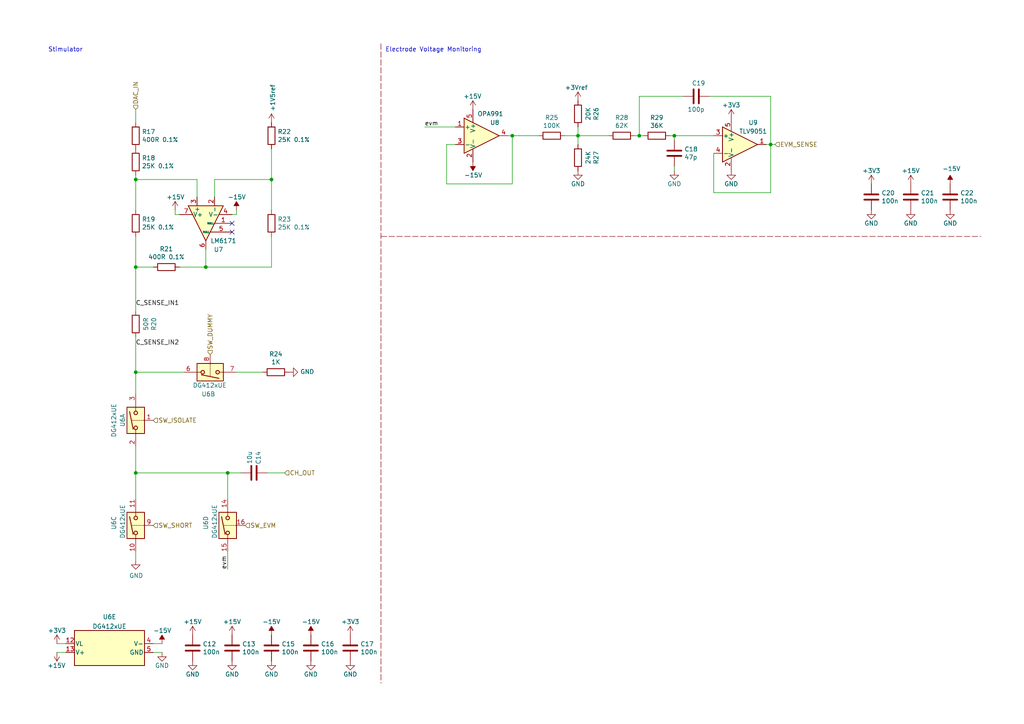
<source format=kicad_sch>
(kicad_sch (version 20211123) (generator eeschema)
  (paper "A4")
  (lib_symbols
    (symbol "Amplifier_Operational:LM321" (pin_names (offset 0.127))
      (property "Reference" "U" (at 0 7.62 0))
      (property "Value" "LM321" (at 0 5.08 0))
      (symbol "LM321_0_1"
        (polyline (pts (xy -5.08 5.08) (xy 5.08 0) (xy -5.08 -5.08) (xy -5.08 5.08)) (stroke (width 0.254)) (fill (type background)))
      )
      (symbol "LM321_1_1"
        (pin input line (at -7.62 2.54 0) (length 2.54) (name "+") (number "1"))
        (pin power_in line (at -2.54 -7.62 90) (length 3.81) (name "V-") (number "2"))
        (pin input line (at -7.62 -2.54 0) (length 2.54) (name "-") (number "3"))
        (pin output line (at 7.62 0 180) (length 2.54) (name "~") (number "4"))
        (pin power_in line (at -2.54 7.62 270) (length 3.81) (name "V+") (number "5"))
      )
    )
    (symbol "Amplifier_Operational:LMH6702MF" (pin_names (offset 0.127))
      (property "Reference" "U" (at -1.27 6.35 0))
      (property "Value" "LMH6702MF" (at -1.27 3.81 0))
      (symbol "LMH6702MF_0_1"
        (polyline (pts (xy -5.08 5.08) (xy 5.08 0) (xy -5.08 -5.08) (xy -5.08 5.08)) (stroke (width 0.254)) (fill (type background)))
        (pin power_in line (at -2.54 -7.62 90) (length 3.81) (name "V-") (number "2"))
        (pin power_in line (at -2.54 7.62 270) (length 3.81) (name "V+") (number "5"))
      )
      (symbol "LMH6702MF_1_1"
        (pin output line (at 7.62 0 180) (length 2.54) (name "~") (number "1"))
        (pin input line (at -7.62 2.54 0) (length 2.54) (name "+") (number "3"))
        (pin input line (at -7.62 -2.54 0) (length 2.54) (name "-") (number "4"))
      )
    )
    (symbol "Amplifier_Operational:TL071" (pin_names (offset 0.127))
      (property "Reference" "U" (at 0 6.35 0))
      (property "Value" "TL071" (at 0 3.81 0))
      (symbol "TL071_0_1"
        (polyline (pts (xy -5.08 5.08) (xy 5.08 0) (xy -5.08 -5.08) (xy -5.08 5.08)) (stroke (width 0.254)) (fill (type background)))
      )
      (symbol "TL071_1_1"
        (pin input line (at 0 -7.62 90) (length 5.08) (name "NULL") (number "1"))
        (pin input line (at -7.62 -2.54 0) (length 2.54) (name "-") (number "2"))
        (pin input line (at -7.62 2.54 0) (length 2.54) (name "+") (number "3"))
        (pin power_in line (at -2.54 -7.62 90) (length 3.81) (name "V-") (number "4"))
        (pin input line (at 2.54 -7.62 90) (length 6.35) (name "NULL") (number "5"))
        (pin output line (at 7.62 0 180) (length 2.54) (name "~") (number "6"))
        (pin power_in line (at -2.54 7.62 270) (length 3.81) (name "V+") (number "7"))
        (pin no_connect line (at 0 2.54 270) (length 2.54) hide (name "NC") (number "8"))
      )
    )
    (symbol "Analog_Switch:DG412xUE" (pin_names (offset 0.254))
      (property "Reference" "U" (at -3.175 5.334 0))
      (property "Value" "DG412xUE" (at -3.175 3.556 0))
      (symbol "DG412xUE_1_1"
        (rectangle (start -3.81 2.54) (end 3.81 -2.54) (stroke (width 0.254)) (fill (type background)))
        (circle (center -2.159 0) (radius 0.508) (stroke (width 0.254)))
        (polyline (pts (xy -5.08 0) (xy -2.794 0)))
        (polyline (pts (xy -2.54 0.762) (xy 2.54 1.778)) (stroke (width 0.254)))
        (polyline (pts (xy 0 -2.54) (xy 0 -2.032)))
        (polyline (pts (xy 0 -1.778) (xy 0 -1.524)))
        (polyline (pts (xy 0 -1.27) (xy 0 -1.016)))
        (polyline (pts (xy 0 -0.762) (xy 0 -0.508)))
        (polyline (pts (xy 0 -0.254) (xy 0 0)))
        (polyline (pts (xy 0 0.254) (xy 0 0.508)))
        (polyline (pts (xy 0 0.762) (xy 0 1.016)))
        (polyline (pts (xy 5.08 0) (xy 2.794 0)))
        (circle (center 2.159 0) (radius 0.508) (stroke (width 0.254)))
        (pin input line (at 0 -5.08 90) (length 2.54) (name "~") (number "1"))
        (pin passive line (at -7.62 0 0) (length 2.54) (name "~") (number "2"))
        (pin passive line (at 7.62 0 180) (length 2.54) (name "~") (number "3"))
      )
      (symbol "DG412xUE_2_1"
        (rectangle (start -3.81 2.54) (end 3.81 -2.54) (stroke (width 0.254)) (fill (type background)))
        (circle (center -2.159 0) (radius 0.508) (stroke (width 0.254)))
        (polyline (pts (xy -5.08 0) (xy -2.794 0)))
        (polyline (pts (xy -2.54 0.762) (xy 2.54 1.778)) (stroke (width 0.254)))
        (polyline (pts (xy 0 -2.54) (xy 0 -2.032)))
        (polyline (pts (xy 0 -1.778) (xy 0 -1.524)))
        (polyline (pts (xy 0 -1.27) (xy 0 -1.016)))
        (polyline (pts (xy 0 -0.762) (xy 0 -0.508)))
        (polyline (pts (xy 0 -0.254) (xy 0 0)))
        (polyline (pts (xy 0 0.254) (xy 0 0.508)))
        (polyline (pts (xy 0 0.762) (xy 0 1.016)))
        (polyline (pts (xy 5.08 0) (xy 2.794 0)))
        (circle (center 2.159 0) (radius 0.508) (stroke (width 0.254)))
        (pin passive line (at -7.62 0 0) (length 2.54) (name "~") (number "6"))
        (pin passive line (at 7.62 0 180) (length 2.54) (name "~") (number "7"))
        (pin input line (at 0 -5.08 90) (length 2.54) (name "~") (number "8"))
      )
      (symbol "DG412xUE_3_1"
        (rectangle (start -3.81 2.54) (end 3.81 -2.54) (stroke (width 0.254)) (fill (type background)))
        (circle (center -2.159 0) (radius 0.508) (stroke (width 0.254)))
        (polyline (pts (xy -5.08 0) (xy -2.794 0)))
        (polyline (pts (xy -2.54 0.762) (xy 2.54 1.778)) (stroke (width 0.254)))
        (polyline (pts (xy 0 -2.54) (xy 0 -2.032)))
        (polyline (pts (xy 0 -1.778) (xy 0 -1.524)))
        (polyline (pts (xy 0 -1.27) (xy 0 -1.016)))
        (polyline (pts (xy 0 -0.762) (xy 0 -0.508)))
        (polyline (pts (xy 0 -0.254) (xy 0 0)))
        (polyline (pts (xy 0 0.254) (xy 0 0.508)))
        (polyline (pts (xy 0 0.762) (xy 0 1.016)))
        (polyline (pts (xy 5.08 0) (xy 2.794 0)))
        (circle (center 2.159 0) (radius 0.508) (stroke (width 0.254)))
        (pin passive line (at -7.62 0 0) (length 2.54) (name "~") (number "10"))
        (pin passive line (at 7.62 0 180) (length 2.54) (name "~") (number "11"))
        (pin input line (at 0 -5.08 90) (length 2.54) (name "~") (number "9"))
      )
      (symbol "DG412xUE_4_1"
        (rectangle (start -3.81 2.54) (end 3.81 -2.54) (stroke (width 0.254)) (fill (type background)))
        (circle (center -2.159 0) (radius 0.508) (stroke (width 0.254)))
        (polyline (pts (xy -5.08 0) (xy -2.794 0)))
        (polyline (pts (xy -2.54 0.762) (xy 2.54 1.778)) (stroke (width 0.254)))
        (polyline (pts (xy 0 -2.54) (xy 0 -2.032)))
        (polyline (pts (xy 0 -1.778) (xy 0 -1.524)))
        (polyline (pts (xy 0 -1.27) (xy 0 -1.016)))
        (polyline (pts (xy 0 -0.762) (xy 0 -0.508)))
        (polyline (pts (xy 0 -0.254) (xy 0 0)))
        (polyline (pts (xy 0 0.254) (xy 0 0.508)))
        (polyline (pts (xy 0 0.762) (xy 0 1.016)))
        (polyline (pts (xy 5.08 0) (xy 2.794 0)))
        (circle (center 2.159 0) (radius 0.508) (stroke (width 0.254)))
        (pin passive line (at 7.62 0 180) (length 2.54) (name "~") (number "14"))
        (pin passive line (at -7.62 0 0) (length 2.54) (name "~") (number "15"))
        (pin input line (at 0 -5.08 90) (length 2.54) (name "~") (number "16"))
      )
      (symbol "DG412xUE_5_0"
        (pin power_in line (at 2.54 12.7 270) (length 2.54) (name "VL") (number "12"))
        (pin power_in line (at 0 12.7 270) (length 2.54) (name "V+") (number "13"))
        (pin power_in line (at 2.54 -12.7 90) (length 2.54) (name "V-") (number "4"))
        (pin power_in line (at 0 -12.7 90) (length 2.54) (name "GND") (number "5"))
      )
      (symbol "DG412xUE_5_1"
        (rectangle (start -3.81 10.16) (end 6.35 -10.16) (stroke (width 0.254)) (fill (type background)))
      )
    )
    (symbol "Custom_Symbols:+1V5ref" (power) (pin_names (offset 0))
      (property "Value" "+1V5ref" (at 3.2512 -0.381 90))
      (symbol "+1V5ref_0_1"
        (polyline (pts (xy -0.762 1.27) (xy 0 2.54)))
        (polyline (pts (xy 0 0) (xy 0 2.54)))
        (polyline (pts (xy 0 2.54) (xy 0.762 1.27)))
      )
      (symbol "+1V5ref_1_1"
        (pin power_in line (at 0 0 90) (length 0) hide (name "+1V5ref") (number "1"))
      )
    )
    (symbol "Custom_Symbols:+3Vref" (power) (pin_names (offset 0))
      (property "Value" "+3Vref" (at 3.2512 -0.381 90))
      (symbol "+3Vref_0_1"
        (polyline (pts (xy -0.762 1.27) (xy 0 2.54)))
        (polyline (pts (xy 0 0) (xy 0 2.54)))
        (polyline (pts (xy 0 2.54) (xy 0.762 1.27)))
      )
      (symbol "+3Vref_1_1"
        (pin power_in line (at 0 0 90) (length 0) hide (name "+3Vref") (number "1"))
      )
    )
    (symbol "Device:C" (pin_numbers hide) (pin_names (offset 0.254))
      (property "Reference" "C" (at 0.635 2.54 0))
      (property "Value" "C" (at 0.635 -2.54 0))
      (symbol "C_0_1"
        (polyline (pts (xy -2.032 -0.762) (xy 2.032 -0.762)) (stroke (width 0.508)))
        (polyline (pts (xy -2.032 0.762) (xy 2.032 0.762)) (stroke (width 0.508)))
      )
      (symbol "C_1_1"
        (pin passive line (at 0 3.81 270) (length 2.794) (name "~") (number "1"))
        (pin passive line (at 0 -3.81 90) (length 2.794) (name "~") (number "2"))
      )
    )
    (symbol "Device:R" (pin_numbers hide) (pin_names (offset 0))
      (property "Reference" "R" (at 2.032 0 90))
      (property "Value" "R" (at 0 0 90))
      (symbol "R_0_1"
        (rectangle (start -1.016 -2.54) (end 1.016 2.54) (stroke (width 0.254)))
      )
      (symbol "R_1_1"
        (pin passive line (at 0 3.81 270) (length 1.27) (name "~") (number "1"))
        (pin passive line (at 0 -3.81 90) (length 1.27) (name "~") (number "2"))
      )
    )
    (symbol "power:+15V" (power) (pin_names (offset 0))
      (property "Value" "+15V" (at 0 3.556 0))
      (symbol "+15V_0_1"
        (polyline (pts (xy -0.762 1.27) (xy 0 2.54)))
        (polyline (pts (xy 0 0) (xy 0 2.54)))
        (polyline (pts (xy 0 2.54) (xy 0.762 1.27)))
      )
      (symbol "+15V_1_1"
        (pin power_in line (at 0 0 90) (length 0) hide (name "+15V") (number "1"))
      )
    )
    (symbol "power:+3V3" (power) (pin_names (offset 0))
      (property "Value" "+3V3" (at 0 3.556 0))
      (symbol "+3V3_0_1"
        (polyline (pts (xy -0.762 1.27) (xy 0 2.54)))
        (polyline (pts (xy 0 0) (xy 0 2.54)))
        (polyline (pts (xy 0 2.54) (xy 0.762 1.27)))
      )
      (symbol "+3V3_1_1"
        (pin power_in line (at 0 0 90) (length 0) hide (name "+3V3") (number "1"))
      )
    )
    (symbol "power:-15V" (power) (pin_names (offset 0))
      (property "Value" "-15V" (at 0 3.81 0))
      (symbol "-15V_0_0"
        (pin power_in line (at 0 0 90) (length 0) hide (name "-15V") (number "1"))
      )
      (symbol "-15V_0_1"
        (polyline (pts (xy 0 0) (xy 0 1.27) (xy 0.762 1.27) (xy 0 2.54) (xy -0.762 1.27) (xy 0 1.27)) (fill (type outline)))
      )
    )
    (symbol "power:GND" (power) (pin_names (offset 0))
      (property "Value" "GND" (at 0 -3.81 0))
      (symbol "GND_0_1"
        (polyline (pts (xy 0 0) (xy 0 -1.27) (xy 1.27 -1.27) (xy 0 -2.54) (xy -1.27 -1.27) (xy 0 -1.27)))
      )
      (symbol "GND_1_1"
        (pin power_in line (at 0 0 270) (length 0) hide (name "GND") (number "1"))
      )
    )
  )
  (junction (at 223.52 41.91))
  (junction (at 185.42 39.37))
  (junction (at 39.37 77.47))
  (junction (at 39.37 52.07))
  (junction (at 167.64 39.37))
  (junction (at 148.59 39.37))
  (junction (at 195.58 39.37))
  (junction (at 78.74 52.07))
  (junction (at 39.37 107.95))
  (junction (at 39.37 137.16))
  (junction (at 66.04 137.16))
  (junction (at 59.69 77.47))
  (no_connect (at 67.31 67.31))
  (no_connect (at 67.31 64.77))
  (wire (pts (xy 68.58 60.96) (xy 68.58 62.23)))
  (wire (pts (xy 39.37 52.07) (xy 39.37 60.96)))
  (wire (pts (xy 50.8 60.96) (xy 50.8 62.23)))
  (wire (pts (xy 223.52 27.94) (xy 205.74 27.94)))
  (wire (pts (xy 207.01 55.88) (xy 223.52 55.88)))
  (wire (pts (xy 78.74 77.47) (xy 78.74 68.58)))
  (wire (pts (xy 148.59 39.37) (xy 147.32 39.37)))
  (wire (pts (xy 62.23 52.07) (xy 62.23 57.15)))
  (wire (pts (xy 198.12 27.94) (xy 185.42 27.94)))
  (wire (pts (xy 19.05 186.69) (xy 16.51 186.69)))
  (wire (pts (xy 77.47 137.16) (xy 82.55 137.16)))
  (wire (pts (xy 39.37 77.47) (xy 39.37 90.17)))
  (wire (pts (xy 39.37 137.16) (xy 66.04 137.16)))
  (wire (pts (xy 16.51 189.23) (xy 19.05 189.23)))
  (wire (pts (xy 52.07 77.47) (xy 59.69 77.47)))
  (wire (pts (xy 78.74 43.18) (xy 78.74 52.07)))
  (wire (pts (xy 148.59 53.34) (xy 148.59 39.37)))
  (wire (pts (xy 68.58 62.23) (xy 67.31 62.23)))
  (wire (pts (xy 185.42 27.94) (xy 185.42 39.37)))
  (wire (pts (xy 78.74 52.07) (xy 62.23 52.07)))
  (wire (pts (xy 39.37 129.54) (xy 39.37 137.16)))
  (wire (pts (xy 223.52 41.91) (xy 224.79 41.91)))
  (wire (pts (xy 223.52 41.91) (xy 222.25 41.91)))
  (wire (pts (xy 59.69 77.47) (xy 78.74 77.47)))
  (wire (pts (xy 44.45 186.69) (xy 46.99 186.69)))
  (wire (pts (xy 39.37 137.16) (xy 39.37 144.78)))
  (wire (pts (xy 207.01 44.45) (xy 207.01 55.88)))
  (wire (pts (xy 50.8 62.23) (xy 52.07 62.23)))
  (wire (pts (xy 129.54 53.34) (xy 148.59 53.34)))
  (wire (pts (xy 39.37 68.58) (xy 39.37 77.47)))
  (wire (pts (xy 66.04 137.16) (xy 66.04 144.78)))
  (wire (pts (xy 184.15 39.37) (xy 185.42 39.37)))
  (wire (pts (xy 195.58 39.37) (xy 195.58 40.64)))
  (wire (pts (xy 66.04 137.16) (xy 69.85 137.16)))
  (wire (pts (xy 167.64 41.91) (xy 167.64 39.37)))
  (wire (pts (xy 163.83 39.37) (xy 167.64 39.37)))
  (wire (pts (xy 176.53 39.37) (xy 167.64 39.37)))
  (wire (pts (xy 223.52 55.88) (xy 223.52 41.91)))
  (polyline (pts (xy 110.49 12.7) (xy 110.49 198.12)) (stroke (width 0) (color 132 0 0 1)))
  (wire (pts (xy 223.52 41.91) (xy 223.52 27.94)))
  (wire (pts (xy 68.58 107.95) (xy 76.2 107.95)))
  (wire (pts (xy 39.37 31.75) (xy 39.37 35.56)))
  (wire (pts (xy 129.54 41.91) (xy 132.08 41.91)))
  (wire (pts (xy 39.37 97.79) (xy 39.37 107.95)))
  (wire (pts (xy 78.74 60.96) (xy 78.74 52.07)))
  (wire (pts (xy 207.01 39.37) (xy 195.58 39.37)))
  (wire (pts (xy 39.37 77.47) (xy 44.45 77.47)))
  (wire (pts (xy 148.59 39.37) (xy 156.21 39.37)))
  (wire (pts (xy 39.37 160.02) (xy 39.37 162.56)))
  (wire (pts (xy 66.04 165.1) (xy 66.04 160.02)))
  (wire (pts (xy 59.69 77.47) (xy 59.69 72.39)))
  (wire (pts (xy 39.37 107.95) (xy 39.37 114.3)))
  (wire (pts (xy 195.58 48.26) (xy 195.58 49.53)))
  (wire (pts (xy 194.31 39.37) (xy 195.58 39.37)))
  (wire (pts (xy 39.37 107.95) (xy 53.34 107.95)))
  (wire (pts (xy 123.19 36.83) (xy 132.08 36.83)))
  (wire (pts (xy 57.15 52.07) (xy 39.37 52.07)))
  (wire (pts (xy 167.64 39.37) (xy 167.64 36.83)))
  (wire (pts (xy 44.45 189.23) (xy 46.99 189.23)))
  (wire (pts (xy 39.37 50.8) (xy 39.37 52.07)))
  (wire (pts (xy 57.15 57.15) (xy 57.15 52.07)))
  (wire (pts (xy 185.42 39.37) (xy 186.69 39.37)))
  (wire (pts (xy 129.54 41.91) (xy 129.54 53.34)))
  (polyline (pts (xy 110.49 68.58) (xy 284.48 68.58)) (stroke (width 0) (color 132 0 0 1)))
  (text "Electrode Voltage Monitoring" (at 111.76 15.24 0) (effects (font (size 1.27 1.27)) (justify left bottom)))
  (text "Stimulator" (at 13.97 15.24 0) (effects (font (size 1.27 1.27)) (justify left bottom)))
  (label "C_SENSE_IN2" (at 39.37 100.33 0))
  (label "C_SENSE_IN1" (at 39.37 88.9 0))
  (label "evm" (at 66.04 165.1 90))
  (label "evm" (at 123.19 36.83 0))
  (hierarchical_label "SW_EVM" (shape input) (at 71.12 152.4 0))
  (hierarchical_label "CH_OUT" (shape input) (at 82.55 137.16 0))
  (hierarchical_label "DAC_IN" (shape input) (at 39.37 31.75 90))
  (hierarchical_label "SW_DUMMY" (shape input) (at 60.96 102.87 90))
  (hierarchical_label "SW_ISOLATE" (shape input) (at 44.45 121.92 0))
  (hierarchical_label "SW_SHORT" (shape input) (at 44.45 152.4 0))
  (hierarchical_label "EVM_SENSE" (shape input) (at 224.79 41.91 0))
  (symbol (lib_id "Device:C") (at 73.66 137.16 270) (unit 1)
    (property "Reference" "C14" (at 74.93 130.81 0) (effects (justify left)))
    (property "Value" "10u" (at 72.39 130.81 0) (effects (justify left)))
    (property "Footprint" "Capacitor_SMD:C_0805_2012Metric" (effects hide))
    (property "LCSC" "C440198" (effects hide))
  )
  (symbol (lib_id "power:GND") (at 39.37 162.56 0) (unit 1)
    (property "Reference" "#PWR042" (effects hide))
    (property "Value" "GND" (at 39.497 166.9542 0))
  )
  (symbol (lib_id "Device:R") (at 39.37 93.98 180) (unit 1)
    (property "Reference" "R20" (at 44.6278 93.98 90))
    (property "Value" "50R" (at 42.3164 93.98 90))
    (property "Footprint" "Resistor_SMD:R_0402_1005Metric" (effects hide))
    (property "LCSC" "C25120" (effects hide))
  )
  (symbol (lib_id "Device:R") (at 80.01 107.95 90) (unit 1)
    (property "Reference" "R24" (at 80.01 102.6922 90))
    (property "Value" "1K" (at 80.01 105.0036 90))
    (property "Footprint" "Resistor_SMD:R_0402_1005Metric" (effects hide))
    (property "LCSC" "C11702" (effects hide))
  )
  (symbol (lib_id "power:GND") (at 83.82 107.95 90) (unit 1)
    (property "Reference" "#PWR054" (effects hide))
    (property "Value" "GND" (at 87.0712 107.823 90) (effects (justify right)))
  )
  (symbol (lib_id "power:GND") (at 46.99 189.23 0) (unit 1)
    (property "Reference" "#PWR044" (effects hide))
    (property "Value" "GND" (at 46.99 193.04 0))
  )
  (symbol (lib_id "power:-15V") (at 46.99 186.69 0) (unit 1)
    (property "Reference" "#PWR043" (effects hide))
    (property "Value" "-15V" (at 44.45 182.88 0) (effects (justify left)))
  )
  (symbol (lib_id "power:+15V") (at 16.51 189.23 180) (unit 1)
    (property "Reference" "#PWR041" (effects hide))
    (property "Value" "+15V" (at 19.05 193.04 0) (effects (justify left)))
  )
  (symbol (lib_id "power:GND") (at 264.16 60.96 0) (unit 1)
    (property "Reference" "#PWR069" (effects hide))
    (property "Value" "GND" (at 264.16 64.77 0))
  )
  (symbol (lib_id "power:+15V") (at 264.16 53.34 0) (unit 1)
    (property "Reference" "#PWR068" (effects hide))
    (property "Value" "+15V" (at 264.16 49.53 0))
  )
  (symbol (lib_id "power:GND") (at 78.74 191.77 0) (unit 1)
    (property "Reference" "#PWR053" (effects hide))
    (property "Value" "GND" (at 78.74 195.58 0))
  )
  (symbol (lib_id "power:GND") (at 90.17 191.77 0) (unit 1)
    (property "Reference" "#PWR056" (effects hide))
    (property "Value" "GND" (at 90.17 195.58 0))
  )
  (symbol (lib_id "power:GND") (at 275.59 60.96 0) (unit 1)
    (property "Reference" "#PWR071" (effects hide))
    (property "Value" "GND" (at 275.59 64.77 0))
  )
  (symbol (lib_id "power:-15V") (at 90.17 184.15 0) (unit 1)
    (property "Reference" "#PWR055" (effects hide))
    (property "Value" "-15V" (at 90.17 180.34 0))
  )
  (symbol (lib_id "power:-15V") (at 275.59 53.34 0) (unit 1)
    (property "Reference" "#PWR070" (effects hide))
    (property "Value" "-15V" (at 275.971 48.9458 0))
  )
  (symbol (lib_id "Device:R") (at 167.64 33.02 180) (unit 1)
    (property "Reference" "R26" (at 172.8978 33.02 90))
    (property "Value" "20K" (at 170.5864 33.02 90))
    (property "Footprint" "Resistor_SMD:R_0402_1005Metric" (effects hide))
    (property "LCSC" "C25765" (effects hide))
  )
  (symbol (lib_id "Device:R") (at 167.64 45.72 180) (unit 1)
    (property "Reference" "R27" (at 172.8978 45.72 90))
    (property "Value" "24K" (at 170.5864 45.72 90))
    (property "Footprint" "Resistor_SMD:R_0402_1005Metric" (effects hide))
    (property "LCSC" "C25769" (effects hide))
  )
  (symbol (lib_id "Device:R") (at 160.02 39.37 270) (unit 1)
    (property "Reference" "R25" (at 160.02 34.1122 90))
    (property "Value" "100K" (at 160.02 36.4236 90))
    (property "Footprint" "Resistor_SMD:R_0402_1005Metric" (effects hide))
    (property "LCSC" "C25741" (effects hide))
  )
  (symbol (lib_id "power:GND") (at 167.64 49.53 0) (unit 1)
    (property "Reference" "#PWR062" (effects hide))
    (property "Value" "GND" (at 167.64 53.34 0))
  )
  (symbol (lib_id "Custom_Symbols:+3Vref") (at 167.64 29.21 0) (unit 1)
    (property "Reference" "#PWR061" (effects hide))
    (property "Value" "+3Vref" (at 163.83 25.4 0) (effects (justify left)))
  )
  (symbol (lib_id "Device:R") (at 39.37 64.77 0) (unit 1)
    (property "Reference" "R19" (at 41.148 63.6016 0) (effects (justify left)))
    (property "Value" "25K 0.1%" (at 41.148 65.913 0) (effects (justify left)))
    (property "Footprint" "Resistor_SMD:R_0402_1005Metric" (effects hide))
    (property "LCSC" "C136978" (effects hide))
  )
  (symbol (lib_id "Device:R") (at 78.74 64.77 0) (unit 1)
    (property "Reference" "R23" (at 80.518 63.6016 0) (effects (justify left)))
    (property "Value" "25K 0.1%" (at 80.518 65.913 0) (effects (justify left)))
    (property "Footprint" "Resistor_SMD:R_0402_1005Metric" (effects hide))
    (property "LCSC" "C136978" (effects hide))
  )
  (symbol (lib_id "Device:R") (at 48.26 77.47 270) (unit 1)
    (property "Reference" "R21" (at 48.26 72.2122 90))
    (property "Value" "400R 0.1%" (at 48.26 74.5236 90))
    (property "Footprint" "Resistor_SMD:R_0402_1005Metric" (effects hide))
    (property "LCSC" "C317913" (effects hide))
  )
  (symbol (lib_id "Device:R") (at 78.74 39.37 0) (unit 1)
    (property "Reference" "R22" (at 80.518 38.2016 0) (effects (justify left)))
    (property "Value" "25K 0.1%" (at 80.518 40.513 0) (effects (justify left)))
    (property "Footprint" "Resistor_SMD:R_0402_1005Metric" (effects hide))
    (property "LCSC" "C136978" (effects hide))
  )
  (symbol (lib_id "Custom_Symbols:+1V5ref") (at 78.74 35.56 0) (unit 1)
    (property "Reference" "#PWR051" (effects hide))
    (property "Value" "+1V5ref" (at 79.121 32.3088 90) (effects (justify left)))
  )
  (symbol (lib_id "Device:R") (at 39.37 46.99 0) (unit 1)
    (property "Reference" "R18" (at 41.148 45.8216 0) (effects (justify left)))
    (property "Value" "25K 0.1%" (at 41.148 48.133 0) (effects (justify left)))
    (property "Footprint" "Resistor_SMD:R_0402_1005Metric" (effects hide))
    (property "LCSC" "C136978" (effects hide))
  )
  (symbol (lib_id "Device:R") (at 39.37 39.37 0) (unit 1)
    (property "Reference" "R17" (at 41.148 38.2016 0) (effects (justify left)))
    (property "Value" "400R 0.1%" (at 41.148 40.513 0) (effects (justify left)))
    (property "Footprint" "Resistor_SMD:R_0402_1005Metric" (effects hide))
    (property "LCSC" "C317913" (effects hide))
  )
  (symbol (lib_id "Device:C") (at 55.88 187.96 0) (unit 1)
    (property "Reference" "C12" (at 58.801 186.7916 0) (effects (justify left)))
    (property "Value" "100n" (at 58.801 189.103 0) (effects (justify left)))
    (property "Footprint" "Capacitor_SMD:C_0402_1005Metric" (effects hide))
    (property "LCSC" "C307331" (effects hide))
  )
  (symbol (lib_id "power:GND") (at 55.88 191.77 0) (unit 1)
    (property "Reference" "#PWR047" (effects hide))
    (property "Value" "GND" (at 55.88 195.58 0))
  )
  (symbol (lib_id "power:+15V") (at 55.88 184.15 0) (unit 1)
    (property "Reference" "#PWR046" (effects hide))
    (property "Value" "+15V" (at 55.88 180.34 0))
  )
  (symbol (lib_id "power:GND") (at 67.31 191.77 0) (unit 1)
    (property "Reference" "#PWR049" (effects hide))
    (property "Value" "GND" (at 67.31 195.58 0))
  )
  (symbol (lib_id "power:+15V") (at 67.31 184.15 0) (unit 1)
    (property "Reference" "#PWR048" (effects hide))
    (property "Value" "+15V" (at 67.31 180.34 0))
  )
  (symbol (lib_id "Amplifier_Operational:TL071") (at 59.69 64.77 90) (mirror x) (unit 1)
    (property "Reference" "U7" (at 64.77 72.39 90) (effects (justify left)))
    (property "Value" "LM6171" (at 68.58 69.85 90) (effects (justify left)))
    (property "Footprint" "Package_SO:SOIC-8_3.9x4.9mm_P1.27mm" (effects hide))
    (property "Datasheet" "http://www.ti.com/lit/ds/symlink/tl071.pdf" (effects hide))
  )
  (symbol (lib_id "power:+15V") (at 50.8 60.96 0) (unit 1)
    (property "Reference" "#PWR045" (effects hide))
    (property "Value" "+15V" (at 48.26 57.15 0) (effects (justify left)))
  )
  (symbol (lib_id "power:-15V") (at 68.58 60.96 0) (unit 1)
    (property "Reference" "#PWR050" (effects hide))
    (property "Value" "-15V" (at 66.04 57.15 0) (effects (justify left)))
  )
  (symbol (lib_id "power:-15V") (at 78.74 184.15 0) (unit 1)
    (property "Reference" "#PWR052" (effects hide))
    (property "Value" "-15V" (at 78.74 180.34 0))
  )
  (symbol (lib_id "power:+3V3") (at 16.51 186.69 0) (unit 1)
    (property "Reference" "#PWR040" (effects hide))
    (property "Value" "+3V3" (at 16.51 182.88 0))
  )
  (symbol (lib_id "Device:C") (at 101.6 187.96 0) (unit 1)
    (property "Reference" "C17" (at 104.521 186.7916 0) (effects (justify left)))
    (property "Value" "100n" (at 104.521 189.103 0) (effects (justify left)))
    (property "Footprint" "Capacitor_SMD:C_0402_1005Metric" (effects hide))
    (property "LCSC" "C307331" (effects hide))
  )
  (symbol (lib_id "Analog_Switch:DG412xUE") (at 31.75 189.23 90) (unit 5)
    (property "Reference" "U6" (at 31.75 178.9135 90))
    (property "Value" "DG412xUE" (at 31.75 181.6886 90))
    (property "Footprint" "Package_SO:TSSOP-16_4.4x5mm_P0.65mm" (effects hide))
    (property "Datasheet" "https://datasheets.maximintegrated.com/en/ds/DG411-DG413.pdf" (effects hide))
  )
  (symbol (lib_id "Amplifier_Operational:LMH6702MF") (at 214.63 41.91 0) (unit 1)
    (property "Reference" "U9" (at 218.44 35.56 0))
    (property "Value" "TLV9051" (at 218.44 38.1 0))
    (property "Footprint" "Package_TO_SOT_SMD:SOT-23-5" (effects hide))
    (property "Datasheet" "http://www.ti.com/lit/ds/symlink/lmh6702.pdf" (effects hide))
  )
  (symbol (lib_id "power:+3V3") (at 252.73 53.34 0) (mirror y) (unit 1)
    (property "Reference" "#PWR066" (effects hide))
    (property "Value" "+3V3" (at 252.73 49.53 0))
  )
  (symbol (lib_id "Device:C") (at 78.74 187.96 0) (unit 1)
    (property "Reference" "C15" (at 81.661 186.7916 0) (effects (justify left)))
    (property "Value" "100n" (at 81.661 189.103 0) (effects (justify left)))
    (property "Footprint" "Capacitor_SMD:C_0402_1005Metric" (effects hide))
    (property "LCSC" "C307331" (effects hide))
  )
  (symbol (lib_id "Device:C") (at 195.58 44.45 0) (unit 1)
    (property "Reference" "C18" (at 198.501 43.2816 0) (effects (justify left)))
    (property "Value" "47p" (at 198.501 45.593 0) (effects (justify left)))
    (property "Footprint" "Capacitor_SMD:C_0402_1005Metric" (effects hide))
    (property "LCSC" "C1567" (effects hide))
  )
  (symbol (lib_id "Device:C") (at 275.59 57.15 0) (unit 1)
    (property "Reference" "C22" (at 278.511 55.9816 0) (effects (justify left)))
    (property "Value" "100n" (at 278.511 58.293 0) (effects (justify left)))
    (property "Footprint" "Capacitor_SMD:C_0402_1005Metric" (effects hide))
    (property "LCSC" "C307331" (effects hide))
  )
  (symbol (lib_id "Device:C") (at 201.93 27.94 270) (unit 1)
    (property "Reference" "C19" (at 200.66 24.13 90) (effects (justify left)))
    (property "Value" "100p" (at 199.39 31.75 90) (effects (justify left)))
    (property "Footprint" "Capacitor_SMD:C_0402_1005Metric" (effects hide))
    (property "LCSC" "C1546" (effects hide))
  )
  (symbol (lib_id "Device:C") (at 90.17 187.96 0) (unit 1)
    (property "Reference" "C16" (at 93.091 186.7916 0) (effects (justify left)))
    (property "Value" "100n" (at 93.091 189.103 0) (effects (justify left)))
    (property "Footprint" "Capacitor_SMD:C_0402_1005Metric" (effects hide))
    (property "LCSC" "C307331" (effects hide))
  )
  (symbol (lib_id "Device:R") (at 180.34 39.37 90) (unit 1)
    (property "Reference" "R28" (at 180.34 34.1122 90))
    (property "Value" "62K" (at 180.34 36.4236 90))
    (property "Footprint" "Resistor_SMD:R_0603_1608Metric" (effects hide))
    (property "LCSC" "C23221" (effects hide))
  )
  (symbol (lib_id "Amplifier_Operational:LM321") (at 139.7 39.37 0) (unit 1)
    (property "Reference" "U8" (at 143.51 35.56 0))
    (property "Value" "OPA991" (at 142.24 33.02 0))
    (property "Footprint" "Package_TO_SOT_SMD:SOT-353_SC-70-5" (effects hide))
    (property "Datasheet" "http://www.ti.com/lit/ds/symlink/lm321.pdf" (effects hide))
  )
  (symbol (lib_id "power:GND") (at 252.73 60.96 0) (unit 1)
    (property "Reference" "#PWR067" (effects hide))
    (property "Value" "GND" (at 252.73 64.77 0))
  )
  (symbol (lib_id "power:+3V3") (at 212.09 34.29 0) (mirror y) (unit 1)
    (property "Reference" "#PWR064" (effects hide))
    (property "Value" "+3V3" (at 212.09 30.48 0))
  )
  (symbol (lib_id "Analog_Switch:DG412xUE") (at 39.37 121.92 90) (unit 1)
    (property "Reference" "U6" (at 35.56 121.92 0))
    (property "Value" "DG412xUE" (at 33.02 121.92 0))
    (property "Footprint" "Package_SO:TSSOP-16_4.4x5mm_P0.65mm" (effects hide))
    (property "Datasheet" "https://datasheets.maximintegrated.com/en/ds/DG411-DG413.pdf" (effects hide))
  )
  (symbol (lib_id "power:GND") (at 212.09 49.53 0) (mirror y) (unit 1)
    (property "Reference" "#PWR065" (effects hide))
    (property "Value" "GND" (at 212.09 53.34 0))
  )
  (symbol (lib_id "power:-15V") (at 137.16 46.99 0) (mirror x) (unit 1)
    (property "Reference" "#PWR060" (effects hide))
    (property "Value" "-15V" (at 134.62 50.8 0) (effects (justify left)))
  )
  (symbol (lib_id "Analog_Switch:DG412xUE") (at 60.96 107.95 0) (mirror x) (unit 2)
    (property "Reference" "U6" (at 58.42 114.3 0) (effects (justify left)))
    (property "Value" "DG412xUE" (at 55.88 111.76 0) (effects (justify left)))
    (property "Footprint" "Package_SO:TSSOP-16_4.4x5mm_P0.65mm" (effects hide))
    (property "Datasheet" "https://datasheets.maximintegrated.com/en/ds/DG411-DG413.pdf" (effects hide))
  )
  (symbol (lib_id "Device:R") (at 190.5 39.37 90) (unit 1)
    (property "Reference" "R29" (at 190.5 34.1122 90))
    (property "Value" "36K" (at 190.5 36.4236 90))
    (property "Footprint" "Resistor_SMD:R_0603_1608Metric" (effects hide))
    (property "LCSC" "C23147" (effects hide))
  )
  (symbol (lib_id "Analog_Switch:DG412xUE") (at 39.37 152.4 90) (unit 3)
    (property "Reference" "U6" (at 33.02 153.67 0) (effects (justify left)))
    (property "Value" "DG412xUE" (at 35.56 156.21 0) (effects (justify left)))
    (property "Footprint" "Package_SO:TSSOP-16_4.4x5mm_P0.65mm" (effects hide))
    (property "Datasheet" "https://datasheets.maximintegrated.com/en/ds/DG411-DG413.pdf" (effects hide))
  )
  (symbol (lib_id "power:GND") (at 195.58 49.53 0) (unit 1)
    (property "Reference" "#PWR063" (effects hide))
    (property "Value" "GND" (at 195.58 53.34 0))
  )
  (symbol (lib_id "power:GND") (at 101.6 191.77 0) (unit 1)
    (property "Reference" "#PWR058" (effects hide))
    (property "Value" "GND" (at 101.6 195.58 0))
  )
  (symbol (lib_id "power:+3V3") (at 101.6 184.15 0) (mirror y) (unit 1)
    (property "Reference" "#PWR057" (effects hide))
    (property "Value" "+3V3" (at 101.6 180.34 0))
  )
  (symbol (lib_id "Device:C") (at 252.73 57.15 0) (unit 1)
    (property "Reference" "C20" (at 255.651 55.9816 0) (effects (justify left)))
    (property "Value" "100n" (at 255.651 58.293 0) (effects (justify left)))
    (property "Footprint" "Capacitor_SMD:C_0402_1005Metric" (effects hide))
    (property "LCSC" "C307331" (effects hide))
  )
  (symbol (lib_id "power:+15V") (at 137.16 31.75 0) (mirror y) (unit 1)
    (property "Reference" "#PWR059" (effects hide))
    (property "Value" "+15V" (at 139.7 27.94 0) (effects (justify left)))
  )
  (symbol (lib_id "Device:C") (at 67.31 187.96 0) (unit 1)
    (property "Reference" "C13" (at 70.231 186.7916 0) (effects (justify left)))
    (property "Value" "100n" (at 70.231 189.103 0) (effects (justify left)))
    (property "Footprint" "Capacitor_SMD:C_0402_1005Metric" (effects hide))
    (property "LCSC" "C307331" (effects hide))
  )
  (symbol (lib_id "Device:C") (at 264.16 57.15 0) (unit 1)
    (property "Reference" "C21" (at 267.081 55.9816 0) (effects (justify left)))
    (property "Value" "100n" (at 267.081 58.293 0) (effects (justify left)))
    (property "Footprint" "Capacitor_SMD:C_0402_1005Metric" (effects hide))
    (property "LCSC" "C307331" (effects hide))
  )
  (symbol (lib_id "Analog_Switch:DG412xUE") (at 66.04 152.4 90) (unit 4)
    (property "Reference" "U6" (at 59.69 153.67 0) (effects (justify left)))
    (property "Value" "DG412xUE" (at 62.23 156.21 0) (effects (justify left)))
    (property "Footprint" "Package_SO:TSSOP-16_4.4x5mm_P0.65mm" (effects hide))
    (property "Datasheet" "https://datasheets.maximintegrated.com/en/ds/DG411-DG413.pdf" (effects hide))
  )
)
</source>
